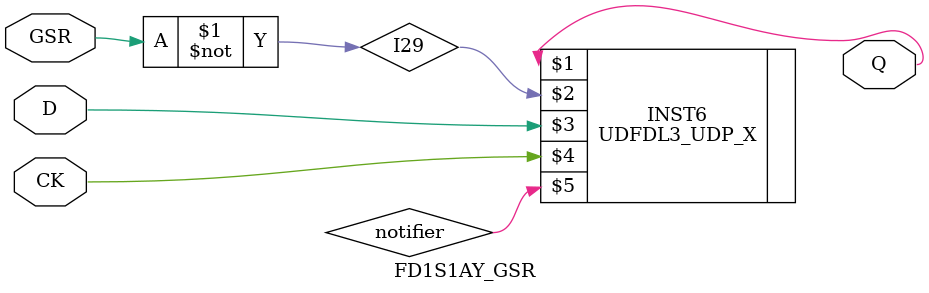
<source format=v>
`resetall
`timescale 1 ns / 100 ps

/* Created by DB2VERILOG Version 1.0.1.1 on Tue Apr  5 13:47:52 1994 */
/* module compiled from "lsl2db 3.6.4" run */

module FD1S1AY_GSR (D, CK, GSR, Q);
input  D, CK, GSR;
output Q;
reg notifier; 

not INST32 (I29, GSR);
UDFDL3_UDP_X INST6 (Q, I29, D, CK, notifier);  


endmodule


</source>
